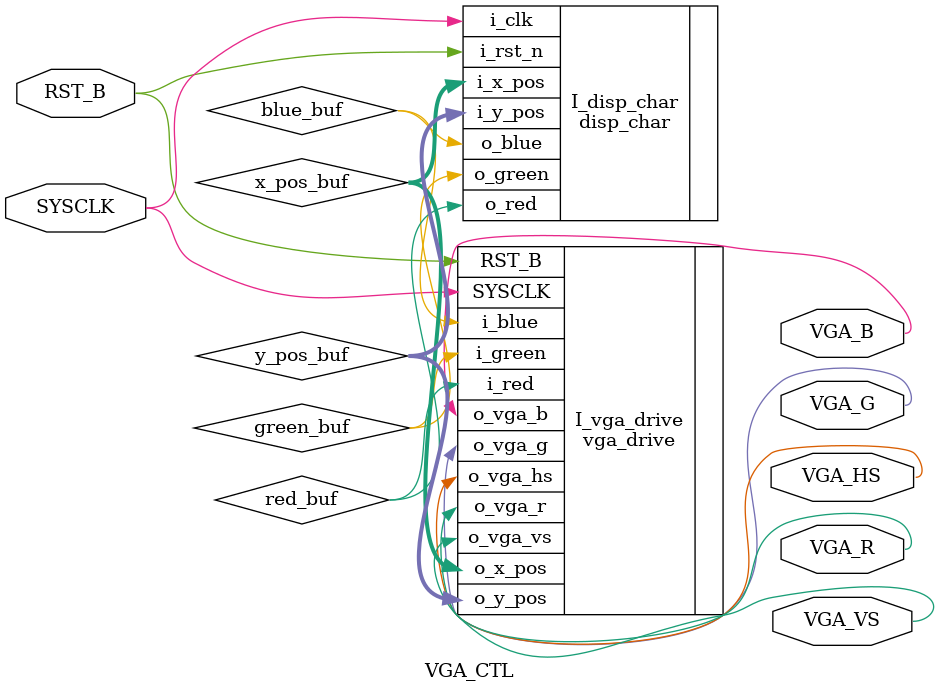
<source format=v>
 
module VGA_CTL(
			SYSCLK,                // °åÔØÊ±ÖÓ50MHz
			RST_B,                   // °åÔØ°´¼üRST
  
			VGA_HS,                  // VGA¹Ü½Å ÐÐÍ¬²½
			VGA_VS,                  // VGA¹Ü½Å ³¡Í¬²½
			VGA_R,                   // VGA¹Ü½Å ºì
			VGA_G,                   // VGA¹Ü½Å ÂÌ
			VGA_B                    // VGA¹Ü½Å À¶
			);

//===========================================================================
//Input and output declaration
//===========================================================================
input       SYSCLK;                // °åÔØÊ±ÖÓ50MHz
input       RST_B;                   // °åÔØ°´¼üRST

output      VGA_HS;                  // VGA¹Ü½Å ÐÐÍ¬²½
output		VGA_VS;                  // VGA¹Ü½Å ³¡Í¬²½
output		VGA_R;                   // VGA¹Ü½Å ºì
output		VGA_G;                   // VGA¹Ü½Å ÂÌ
output		VGA_B;                    // VGA¹Ü½Å À¶

//===========================================================================
//Wire and reg declaration
//===========================================================================
wire		SYSCLK;                // °åÔØÊ±ÖÓ50MHz
wire		RST_B;                   // °åÔØ°´¼üRST

wire		VGA_HS;                  // VGA¹Ü½Å ÐÐÍ¬²½
wire		VGA_VS;                  // VGA¹Ü½Å ³¡Í¬²½
wire		VGA_R;                   // VGA¹Ü½Å ºì
wire		VGA_G;                   // VGA¹Ü½Å ÂÌ
wire		VGA_B;                    // VGA¹Ü½Å À¶  

//===========================================================================
//Wire and reg in the module 
//===========================================================================
wire [9:0]	x_pos_buf;
wire [9:0]	y_pos_buf;
wire		red_buf;
wire 		green_buf;
wire		blue_buf; 

//Instance 
//´ÓÊäÈëµÄ x_pos_buf , y_pos_buf ÐÅºÅ£¬²é×Ö¿âºó»ñÈ¡¶ÔÓ¦µãµÄµãÕóÊý¾Ý
disp_char I_disp_char
(
  .i_clk            (SYSCLK	),
  .i_rst_n          (RST_B	),
  //
  .i_x_pos          (x_pos_buf	),//input
  .i_y_pos          (y_pos_buf	),//input
  .o_red            (red_buf	),//output
  .o_green          (green_buf	),//output
  .o_blue           (blue_buf	) //output
);

//Êä³ö x_pos_buf , y_pos_buf ÐÅºÅµ½disp_char²é±í£¬²¢½«²é±íºóµÄRGBÖµÔØÈëµ½
//VGAÉ¨ÃèÐÅºÅÖÐ¡£
vga_drive I_vga_drive
( 
  .SYSCLK            (SYSCLK	),
  .RST_B             (RST_B	), 
  //
  .o_x_pos          (x_pos_buf	),//output
  .o_y_pos          (y_pos_buf	),//output
  .i_red            (red_buf	),//input
  .i_green          (green_buf	),//input
  .i_blue           (blue_buf	),//input
  //
  .o_vga_hs         (VGA_HS	),
  .o_vga_vs         (VGA_VS	),
  .o_vga_r          (VGA_R	),
  .o_vga_g          (VGA_G	),
  .o_vga_b          (VGA_B	)  
);


endmodule

</source>
